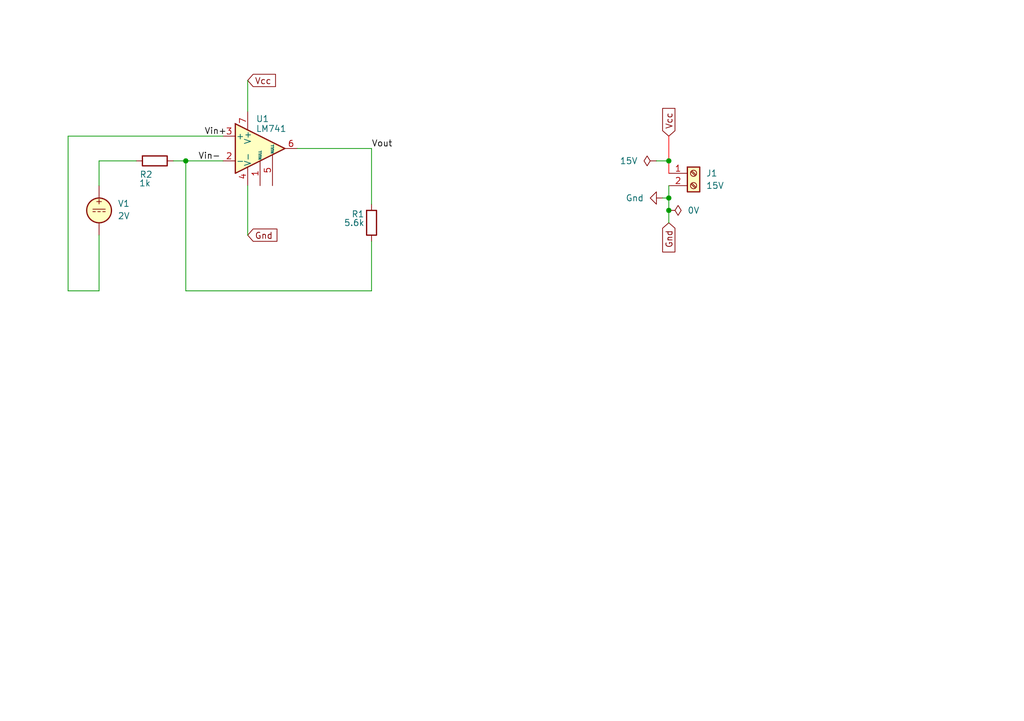
<source format=kicad_sch>
(kicad_sch (version 20250114) (generator "eeschema") (generator_version "9.0")
  (paper "A5")
  (lib_symbols
    (symbol "Amplifier_Operational:LM741" (pin_names (offset 0.127))
      (property "Reference" "U" (at 0 6.35 0))
      (property "Value" "LM741" (at 0 3.81 0))
      (symbol "LM741_0_1"
        (polyline (pts (xy -5.08 5.08) (xy 5.08 0) (xy -5.08 -5.08) (xy -5.08 5.08)) (stroke (width 0.254)) (fill (type background)))
      )
      (symbol "LM741_1_1"
        (pin input line (at -7.62 2.54 0) (length 2.54) (name "+") (number "3"))
        (pin input line (at -7.62 -2.54 0) (length 2.54) (name "-") (number "2"))
        (pin power_in line (at -2.54 7.62 270) (length 3.81) (name "V+") (number "7"))
        (pin power_in line (at -2.54 -7.62 90) (length 3.81) (name "V-") (number "4"))
        (pin no_connect line (at 0 2.54 270) (length 2.54) (hide yes) (name "NC") (number "8"))
        (pin input line (at 0 -7.62 90) (length 5.08) (name "NULL") (number "1"))
        (pin input line (at 2.54 -7.62 90) (length 6.35) (name "NULL") (number "5"))
        (pin output line (at 7.62 0 180) (length 2.54) (name "~") (number "6"))
      )
    )
    (symbol "Connector:Screw_Terminal_01x02" (pin_names (offset 1.016) (hide yes))
      (property "Reference" "J" (at 0 2.54 0))
      (property "Value" "Screw_Terminal_01x02" (at 0 -5.08 0))
      (symbol "Screw_Terminal_01x02_1_1"
        (rectangle (start -1.27 1.27) (end 1.27 -3.81) (stroke (width 0.254)) (fill (type background)))
        (polyline (pts (xy -0.5334 0.3302) (xy 0.3302 -0.508)) (stroke (width 0.1524)))
        (polyline (pts (xy -0.5334 -2.2098) (xy 0.3302 -3.048)) (stroke (width 0.1524)))
        (polyline (pts (xy -0.3556 0.508) (xy 0.508 -0.3302)) (stroke (width 0.1524)))
        (polyline (pts (xy -0.3556 -2.032) (xy 0.508 -2.8702)) (stroke (width 0.1524)))
        (circle (center 0 0) (radius 0.635) (stroke (width 0.1524)))
        (circle (center 0 -2.54) (radius 0.635) (stroke (width 0.1524)))
        (pin passive line (at -5.08 0 0) (length 3.81) (name "Pin_1") (number "1"))
        (pin passive line (at -5.08 -2.54 0) (length 3.81) (name "Pin_2") (number "2"))
      )
    )
    (symbol "Device:R" (pin_numbers (hide yes)) (pin_names (offset 0))
      (property "Reference" "R" (at 2.032 0 90))
      (property "Value" "R" (at 0 0 90))
      (symbol "R_0_1"
        (rectangle (start -1.016 -2.54) (end 1.016 2.54) (stroke (width 0.254)))
      )
      (symbol "R_1_1"
        (pin passive line (at 0 3.81 270) (length 1.27) (name "~") (number "1"))
        (pin passive line (at 0 -3.81 90) (length 1.27) (name "~") (number "2"))
      )
    )
    (symbol "Simulation_SPICE:VDC" (pin_numbers (hide yes)) (pin_names (offset 0.0254))
      (property "Reference" "V" (at 2.54 2.54 0))
      (property "Value" "1" (at 2.54 0 0))
      (symbol "VDC_0_0"
        (polyline (pts (xy -1.27 0.254) (xy 1.27 0.254)))
        (polyline (pts (xy -0.762 -0.254) (xy -1.27 -0.254)))
        (polyline (pts (xy 0.254 -0.254) (xy -0.254 -0.254)))
        (polyline (pts (xy 1.27 -0.254) (xy 0.762 -0.254)))
        (text "+" (at 0 1.905 0) (effects (font (size 1.27 1.27))))
      )
      (symbol "VDC_0_1"
        (circle (center 0 0) (radius 2.54) (stroke (width 0.254)) (fill (type background)))
      )
      (symbol "VDC_1_1"
        (pin passive line (at 0 5.08 270) (length 2.54) (name "~") (number "1"))
        (pin passive line (at 0 -5.08 90) (length 2.54) (name "~") (number "2"))
      )
    )
    (symbol "power:GND" (power) (pin_numbers (hide yes)) (pin_names (offset 0) (hide yes))
      (property "Value" "GND" (at 0 -3.81 0))
      (symbol "GND_0_1"
        (polyline (pts (xy 0 0) (xy 0 -1.27) (xy 1.27 -1.27) (xy 0 -2.54) (xy -1.27 -1.27) (xy 0 -1.27)))
      )
      (symbol "GND_1_1"
        (pin power_in line (at 0 0 270) (length 0) (name "~") (number "1"))
      )
    )
    (symbol "power:PWR_FLAG" (power) (pin_numbers (hide yes)) (pin_names (offset 0) (hide yes))
      (property "Value" "PWR_FLAG" (at 0 3.81 0))
      (symbol "PWR_FLAG_0_0"
        (pin power_out line (at 0 0 90) (length 0) (name "~") (number "1"))
      )
      (symbol "PWR_FLAG_0_1"
        (polyline (pts (xy 0 0) (xy 0 1.27) (xy -1.016 1.905) (xy 0 2.54) (xy 1.016 1.905) (xy 0 1.27)))
      )
    )
  )
  (junction (at 38.1 33.02))
  (junction (at 137.16 33.02))
  (junction (at 137.16 40.64))
  (junction (at 137.16 43.18))
  (wire (pts (xy 137.16 38.1) (xy 137.16 40.64)))
  (wire (pts (xy 35.56 33.02) (xy 38.1 33.02)))
  (wire (pts (xy 38.1 59.69) (xy 76.2 59.69)))
  (wire (pts (xy 13.97 59.69) (xy 20.32 59.69)))
  (wire (pts (xy 50.8 48.26) (xy 50.8 38.1)))
  (wire (pts (xy 20.32 48.26) (xy 20.32 59.69)))
  (wire (pts (xy 137.16 27.94) (xy 137.16 33.02)) (stroke (width 0) (color 255 0 0 1)))
  (wire (pts (xy 13.97 27.94) (xy 45.72 27.94)))
  (wire (pts (xy 20.32 33.02) (xy 27.94 33.02)))
  (wire (pts (xy 137.16 43.18) (xy 137.16 45.72)))
  (wire (pts (xy 137.16 40.64) (xy 137.16 43.18)))
  (wire (pts (xy 20.32 33.02) (xy 20.32 38.1)))
  (wire (pts (xy 134.62 33.02) (xy 137.16 33.02)))
  (wire (pts (xy 137.16 35.56) (xy 137.16 33.02)) (stroke (width 0) (color 255 0 0 1)))
  (wire (pts (xy 38.1 59.69) (xy 38.1 33.02)))
  (wire (pts (xy 50.8 16.51) (xy 50.8 22.86)))
  (wire (pts (xy 76.2 30.48) (xy 76.2 41.91)))
  (wire (pts (xy 38.1 33.02) (xy 45.72 33.02)))
  (wire (pts (xy 135.89 40.64) (xy 137.16 40.64)))
  (wire (pts (xy 13.97 27.94) (xy 13.97 59.69)))
  (wire (pts (xy 60.96 30.48) (xy 76.2 30.48)))
  (wire (pts (xy 76.2 49.53) (xy 76.2 59.69)))
  (label "Vin-" (at 40.64 33.02 0))
  (label "Vout" (at 76.2 30.48 0))
  (label "Vin+" (at 41.91 27.94 0))
  (global_label "Gnd" (shape input) (at 50.8 48.26 0) (property "Intersheetrefs" "${INTERSHEET_REFS}" (effects (hide yes))))
  (global_label "Vcc" (shape input) (at 137.16 27.94 90) (property "Intersheetrefs" "${INTERSHEET_REFS}" (effects (hide yes))))
  (global_label "Vcc" (shape input) (at 50.8 16.51 0) (property "Intersheetrefs" "${INTERSHEET_REFS}" (effects (hide yes))))
  (global_label "Gnd" (shape input) (at 137.16 45.72 270) (property "Intersheetrefs" "${INTERSHEET_REFS}" (effects (hide yes))))
  (symbol (lib_id "Connector:Screw_Terminal_01x02") (at 142.24 35.56 0) (unit 1)
    (property "Reference" "J1" (at 144.78 35.5599 0) (effects (justify left)))
    (property "Value" "15V" (at 144.78 38.0999 0) (effects (justify left)))
    (property "Footprint" "TerminalBlock:TerminalBlock_Xinya_XY308-2.54-2P_1x02_P2.54mm_Horizontal" (effects (hide yes)))
    (property "Description" "Generic screw terminal, single row, 01x02, script generated (kicad-library-utils/schlib/autogen/connector/)" (effects (hide yes)))
    (property "Sim.Device" "V" (effects (hide yes)))
    (property "Sim.Type" "DC" (effects (hide yes)))
    (property "Sim.Pins" "1=+ 2=-" (effects (hide yes)))
  )
  (symbol (lib_id "power:GND") (at 135.89 40.64 270) (unit 1)
    (property "Reference" "#PWR03" (effects (hide yes)))
    (property "Value" "Gnd" (at 132.08 40.6399 90) (effects (justify right)))
    (property "Description" "Power symbol creates a global label with name \"GND\" , ground" (effects (hide yes)))
  )
  (symbol (lib_id "power:PWR_FLAG") (at 137.16 43.18 270) (unit 1)
    (property "Reference" "#FLG02" (effects (hide yes)))
    (property "Value" "0V" (at 140.97 43.1799 90) (effects (justify left)))
    (property "Description" "Special symbol for telling ERC where power comes from" (effects (hide yes)))
  )
  (symbol (lib_id "Amplifier_Operational:LM741") (at 53.34 30.48 0) (unit 1)
    (property "Reference" "U1" (at 53.848 24.384 0))
    (property "Value" "LM741" (at 55.626 26.416 0))
    (property "Datasheet" "http://www.ti.com/lit/ds/symlink/lm741.pdf" (effects (hide yes)))
    (property "Description" "Operational Amplifier, DIP-8/TO-99-8" (effects (hide yes)))
    (property "Sim.Library" "/home/kjetil/kicad/lm741.lib" (effects (hide yes)))
    (property "Sim.Name" "LM741" (effects (hide yes)))
    (property "Sim.Device" "SUBCKT" (effects (hide yes)))
    (property "Sim.Pins" "1=1 2=2 3=99 4=50 5=28" (effects (hide yes)))
  )
  (symbol (lib_id "Simulation_SPICE:VDC") (at 20.32 43.18 0) (unit 1)
    (property "Reference" "V1" (at 24.13 41.7801 0) (effects (justify left)))
    (property "Value" "2V" (at 24.13 44.3201 0) (effects (justify left)))
    (property "Datasheet" "https://ngspice.sourceforge.io/docs/ngspice-html-manual/manual.xhtml#sec_Independent_Sources_for" (effects (hide yes)))
    (property "Description" "Voltage source, DC" (effects (hide yes)))
    (property "Sim.Pins" "1=+ 2=-" (effects (hide yes)))
    (property "Sim.Type" "DC" (effects (hide yes)))
    (property "Sim.Device" "V" (effects (hide yes)))
  )
  (symbol (lib_id "Device:R") (at 76.2 45.72 180) (unit 1)
    (property "Reference" "R1" (at 73.406 43.942 0))
    (property "Value" "5.6k" (at 72.644 45.72 0))
    (property "Description" "Resistor" (effects (hide yes)))
  )
  (symbol (lib_id "power:PWR_FLAG") (at 134.62 33.02 90) (unit 1)
    (property "Reference" "#FLG01" (effects (hide yes)))
    (property "Value" "15V" (at 130.81 33.0199 90) (effects (justify left)))
    (property "Description" "Special symbol for telling ERC where power comes from" (effects (hide yes)))
  )
  (symbol (lib_id "Device:R") (at 31.75 33.02 270) (unit 1)
    (property "Reference" "R2" (at 29.972 35.814 90))
    (property "Value" "1k" (at 29.718 37.592 90))
    (property "Description" "Resistor" (effects (hide yes)))
  )
)
</source>
